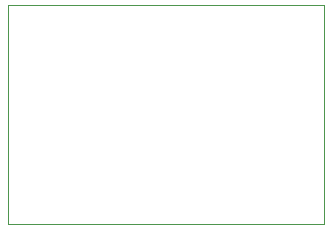
<source format=gm1>
G04*
G04 #@! TF.GenerationSoftware,Altium Limited,Altium Designer,20.2.3 (150)*
G04*
G04 Layer_Color=16711935*
%FSLAX24Y24*%
%MOIN*%
G70*
G04*
G04 #@! TF.SameCoordinates,43E71072-F5BC-4878-B807-13FB7BF1F8C8*
G04*
G04*
G04 #@! TF.FilePolarity,Positive*
G04*
G01*
G75*
%ADD29C,0.0004*%
D29*
X0Y0D02*
Y7300D01*
X10550D01*
Y0D02*
Y7300D01*
X0Y0D02*
X10550D01*
M02*

</source>
